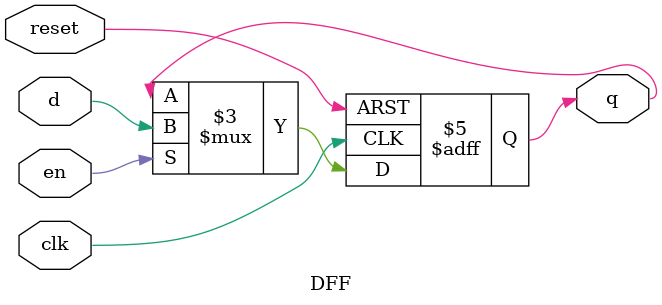
<source format=v>

module DFF(q, clk, d, reset, en);

output q;
input  d, clk, reset, en;

reg    q;

// always @(negedge reset or posedge clk)

always @(negedge reset or posedge clk)

 if (~reset)
    q <= 1'b0;
 else
    if (en)
        q <= d; 

endmodule

</source>
